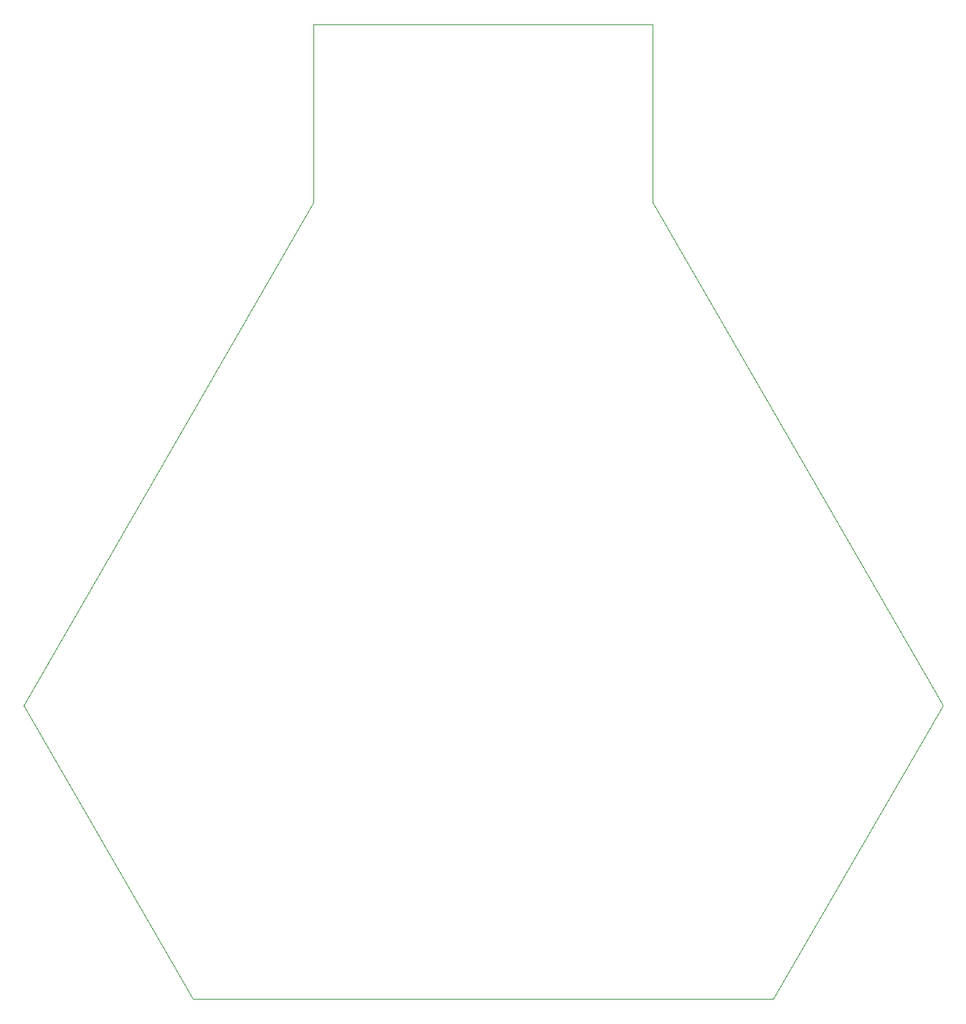
<source format=gm1>
%TF.GenerationSoftware,KiCad,Pcbnew,6.0.9-8da3e8f707~116~ubuntu20.04.1*%
%TF.CreationDate,2023-01-26T21:54:07-05:00*%
%TF.ProjectId,free2breathe_pcb,66726565-3262-4726-9561-7468655f7063,rev?*%
%TF.SameCoordinates,Original*%
%TF.FileFunction,Profile,NP*%
%FSLAX46Y46*%
G04 Gerber Fmt 4.6, Leading zero omitted, Abs format (unit mm)*
G04 Created by KiCad (PCBNEW 6.0.9-8da3e8f707~116~ubuntu20.04.1) date 2023-01-26 21:54:07*
%MOMM*%
%LPD*%
G01*
G04 APERTURE LIST*
%TA.AperFunction,Profile*%
%ADD10C,0.100000*%
%TD*%
G04 APERTURE END LIST*
D10*
X85730000Y-165000000D02*
X65730000Y-130360000D01*
X140000000Y-71000000D02*
X140000000Y-50000000D01*
X100000000Y-71000000D02*
X65730000Y-130360000D01*
X100000000Y-50000000D02*
X100000000Y-71000000D01*
X174270000Y-130360000D02*
X140000000Y-71000000D01*
X154270000Y-165000000D02*
X85730000Y-165000000D01*
X140000000Y-50000000D02*
X100000000Y-50000000D01*
X174270000Y-130360000D02*
X154270000Y-165000000D01*
M02*

</source>
